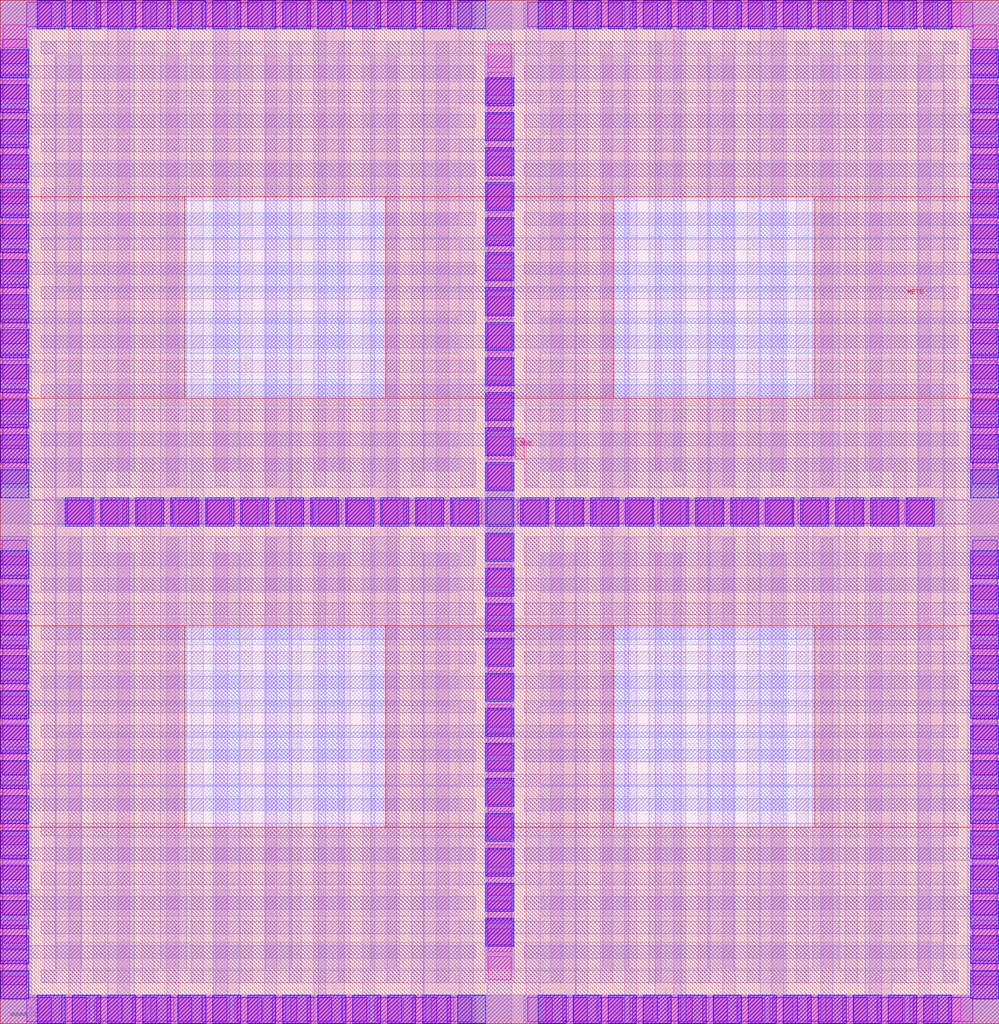
<source format=lef>
# Copyright 2020 The SkyWater PDK Authors
#
# Licensed under the Apache License, Version 2.0 (the "License");
# you may not use this file except in compliance with the License.
# You may obtain a copy of the License at
#
#     https://www.apache.org/licenses/LICENSE-2.0
#
# Unless required by applicable law or agreed to in writing, software
# distributed under the License is distributed on an "AS IS" BASIS,
# WITHOUT WARRANTIES OR CONDITIONS OF ANY KIND, either express or implied.
# See the License for the specific language governing permissions and
# limitations under the License.
#
# SPDX-License-Identifier: Apache-2.0

VERSION 5.7 ;
  NOWIREEXTENSIONATPIN ON ;
  DIVIDERCHAR "/" ;
  BUSBITCHARS "[]" ;
MACRO sky130_fd_pr__cap_vpp_11p5x11p7_m1m2m3m4_shieldm5
  CLASS BLOCK ;
  FOREIGN sky130_fd_pr__cap_vpp_11p5x11p7_m1m2m3m4_shieldm5 ;
  ORIGIN  0.000000  0.000000 ;
  SIZE  11.41000 BY  11.69000 ;
  PIN C0
    PORT
      LAYER met4 ;
        RECT  0.000000  0.000000 11.410000  0.330000 ;
        RECT  0.000000  0.330000  0.330000  1.230000 ;
        RECT  0.000000  1.230000  5.240000  1.530000 ;
        RECT  0.000000  1.530000  0.330000  2.430000 ;
        RECT  0.000000  2.430000  5.240000  2.730000 ;
        RECT  0.000000  2.730000  0.330000  3.630000 ;
        RECT  0.000000  3.630000  5.240000  4.030000 ;
        RECT  0.000000  4.030000  0.330000  4.930000 ;
        RECT  0.000000  4.930000  5.240000  5.380000 ;
        RECT  0.000000  5.380000  0.330000  6.310000 ;
        RECT  0.000000  6.310000  5.240000  6.760000 ;
        RECT  0.000000  6.760000  0.330000  7.660000 ;
        RECT  0.000000  7.660000  5.240000  8.060000 ;
        RECT  0.000000  8.060000  0.330000  8.960000 ;
        RECT  0.000000  8.960000  5.240000  9.260000 ;
        RECT  0.000000  9.260000  0.330000 10.160000 ;
        RECT  0.000000 10.160000  5.240000 10.460000 ;
        RECT  0.000000 10.460000  0.330000 11.360000 ;
        RECT  0.000000 11.360000 11.410000 11.690000 ;
        RECT  6.170000  1.230000 11.410000  1.530000 ;
        RECT  6.170000  2.430000 11.410000  2.730000 ;
        RECT  6.170000  3.630000 11.410000  4.030000 ;
        RECT  6.170000  4.930000 11.410000  5.380000 ;
        RECT  6.170000  6.310000 11.410000  6.760000 ;
        RECT  6.170000  7.660000 11.410000  8.060000 ;
        RECT  6.170000  8.960000 11.410000  9.260000 ;
        RECT  6.170000 10.160000 11.410000 10.460000 ;
        RECT 11.080000  0.330000 11.410000  1.230000 ;
        RECT 11.080000  1.530000 11.410000  2.430000 ;
        RECT 11.080000  2.730000 11.410000  3.630000 ;
        RECT 11.080000  4.030000 11.410000  4.930000 ;
        RECT 11.080000  5.380000 11.410000  6.310000 ;
        RECT 11.080000  6.760000 11.410000  7.660000 ;
        RECT 11.080000  8.060000 11.410000  8.960000 ;
        RECT 11.080000  9.260000 11.410000 10.160000 ;
        RECT 11.080000 10.460000 11.410000 11.360000 ;
    END
  END C0
  PIN C1
    PORT
      LAYER met4 ;
        RECT 0.630000  0.630000 10.780000  0.930000 ;
        RECT 0.630000  1.830000 10.780000  2.130000 ;
        RECT 0.630000  3.030000 10.780000  3.330000 ;
        RECT 0.630000  4.330000 10.780000  4.630000 ;
        RECT 0.630000  5.680000 10.780000  6.010000 ;
        RECT 0.630000  7.060000 10.780000  7.360000 ;
        RECT 0.630000  8.360000 10.780000  8.660000 ;
        RECT 0.630000  9.560000 10.780000  9.860000 ;
        RECT 0.630000 10.760000 10.780000 11.060000 ;
        RECT 5.540000  0.930000  5.870000  1.830000 ;
        RECT 5.540000  2.130000  5.870000  3.030000 ;
        RECT 5.540000  3.330000  5.870000  4.330000 ;
        RECT 5.540000  4.630000  5.870000  5.680000 ;
        RECT 5.540000  6.010000  5.870000  7.060000 ;
        RECT 5.540000  7.360000  5.870000  8.360000 ;
        RECT 5.540000  8.660000  5.870000  9.560000 ;
        RECT 5.540000  9.860000  5.870000 10.760000 ;
    END
  END C1
  PIN MET5
    PORT
      LAYER met5 ;
        RECT 0.000000 0.000000 11.410000  2.245000 ;
        RECT 0.000000 2.245000  2.105000  4.545000 ;
        RECT 0.000000 4.545000 11.410000  7.145000 ;
        RECT 0.000000 7.145000  2.105000  9.445000 ;
        RECT 0.000000 9.445000 11.410000 11.690000 ;
        RECT 4.405000 2.245000  7.005000  4.545000 ;
        RECT 4.405000 7.145000  7.005000  9.445000 ;
        RECT 9.305000 2.245000 11.410000  4.545000 ;
        RECT 9.305000 7.145000 11.410000  9.445000 ;
    END
  END MET5
  PIN SUB
    PORT
      LAYER pwell ;
        RECT 5.880000 6.445000 5.985000 6.690000 ;
    END
  END SUB
  OBS
    LAYER met1 ;
      RECT  0.000000  0.000000 11.410000  0.330000 ;
      RECT  0.000000  0.330000  0.360000 11.360000 ;
      RECT  0.000000 11.360000 11.410000 11.690000 ;
      RECT  0.500000  0.470000  0.640000  5.685000 ;
      RECT  0.500000  5.685000 10.910000  6.005000 ;
      RECT  0.500000  6.005000  0.640000 11.220000 ;
      RECT  0.780000  0.330000  0.920000  5.545000 ;
      RECT  0.780000  6.145000  0.920000 11.360000 ;
      RECT  1.060000  0.470000  1.200000  5.685000 ;
      RECT  1.060000  6.005000  1.200000 11.220000 ;
      RECT  1.340000  0.330000  1.480000  5.545000 ;
      RECT  1.340000  6.145000  1.480000 11.360000 ;
      RECT  1.620000  0.470000  1.760000  5.685000 ;
      RECT  1.620000  6.005000  1.760000 11.220000 ;
      RECT  1.900000  0.330000  2.040000  5.545000 ;
      RECT  1.900000  6.145000  2.040000 11.360000 ;
      RECT  2.180000  0.470000  2.320000  5.685000 ;
      RECT  2.180000  6.005000  2.320000 11.220000 ;
      RECT  2.460000  0.330000  2.600000  5.545000 ;
      RECT  2.460000  6.145000  2.600000 11.360000 ;
      RECT  2.740000  0.470000  2.880000  5.685000 ;
      RECT  2.740000  6.005000  2.880000 11.220000 ;
      RECT  3.020000  0.330000  3.160000  5.545000 ;
      RECT  3.020000  6.145000  3.160000 11.360000 ;
      RECT  3.300000  0.470000  3.440000  5.685000 ;
      RECT  3.300000  6.005000  3.440000 11.220000 ;
      RECT  3.580000  0.330000  3.720000  5.545000 ;
      RECT  3.580000  6.145000  3.720000 11.360000 ;
      RECT  3.860000  0.470000  4.000000  5.685000 ;
      RECT  3.860000  6.005000  4.000000 11.220000 ;
      RECT  4.140000  0.330000  4.280000  5.545000 ;
      RECT  4.140000  6.145000  4.280000 11.360000 ;
      RECT  4.420000  0.470000  4.560000  5.685000 ;
      RECT  4.420000  6.005000  4.560000 11.220000 ;
      RECT  4.700000  0.330000  4.840000  5.545000 ;
      RECT  4.700000  6.145000  4.840000 11.360000 ;
      RECT  4.980000  0.470000  5.120000  5.685000 ;
      RECT  4.980000  6.005000  5.120000 11.220000 ;
      RECT  5.260000  0.330000  5.400000  5.545000 ;
      RECT  5.260000  6.145000  5.400000 11.360000 ;
      RECT  5.540000  0.470000  5.870000  5.685000 ;
      RECT  5.540000  6.005000  5.870000 11.220000 ;
      RECT  6.010000  0.330000  6.150000  5.545000 ;
      RECT  6.010000  6.145000  6.150000 11.360000 ;
      RECT  6.290000  0.470000  6.430000  5.685000 ;
      RECT  6.290000  6.005000  6.430000 11.220000 ;
      RECT  6.570000  0.330000  6.710000  5.545000 ;
      RECT  6.570000  6.145000  6.710000 11.360000 ;
      RECT  6.850000  0.470000  6.990000  5.685000 ;
      RECT  6.850000  6.005000  6.990000 11.220000 ;
      RECT  7.130000  0.330000  7.270000  5.545000 ;
      RECT  7.130000  6.145000  7.270000 11.360000 ;
      RECT  7.410000  0.470000  7.550000  5.685000 ;
      RECT  7.410000  6.005000  7.550000 11.220000 ;
      RECT  7.690000  0.330000  7.830000  5.545000 ;
      RECT  7.690000  6.145000  7.830000 11.360000 ;
      RECT  7.970000  0.470000  8.110000  5.685000 ;
      RECT  7.970000  6.005000  8.110000 11.220000 ;
      RECT  8.250000  0.330000  8.390000  5.545000 ;
      RECT  8.250000  6.145000  8.390000 11.360000 ;
      RECT  8.530000  0.470000  8.670000  5.685000 ;
      RECT  8.530000  6.005000  8.670000 11.220000 ;
      RECT  8.810000  0.330000  8.950000  5.545000 ;
      RECT  8.810000  6.145000  8.950000 11.360000 ;
      RECT  9.090000  0.470000  9.230000  5.685000 ;
      RECT  9.090000  6.005000  9.230000 11.220000 ;
      RECT  9.370000  0.330000  9.510000  5.545000 ;
      RECT  9.370000  6.145000  9.510000 11.360000 ;
      RECT  9.650000  0.470000  9.790000  5.685000 ;
      RECT  9.650000  6.005000  9.790000 11.220000 ;
      RECT  9.930000  0.330000 10.070000  5.545000 ;
      RECT  9.930000  6.145000 10.070000 11.360000 ;
      RECT 10.210000  0.470000 10.350000  5.685000 ;
      RECT 10.210000  6.005000 10.350000 11.220000 ;
      RECT 10.490000  0.330000 10.630000  5.545000 ;
      RECT 10.490000  6.145000 10.630000 11.360000 ;
      RECT 10.770000  0.470000 10.910000  5.685000 ;
      RECT 10.770000  6.005000 10.910000 11.220000 ;
      RECT 11.050000  0.330000 11.410000 11.360000 ;
    LAYER met2 ;
      RECT  0.000000  0.000000  5.430000  0.330000 ;
      RECT  0.000000  0.330000  0.330000  0.750000 ;
      RECT  0.000000  0.750000  5.425000  0.890000 ;
      RECT  0.000000  0.890000  0.330000  1.310000 ;
      RECT  0.000000  1.310000  5.425000  1.450000 ;
      RECT  0.000000  1.450000  0.330000  1.870000 ;
      RECT  0.000000  1.870000  5.425000  2.010000 ;
      RECT  0.000000  2.010000  0.330000  2.430000 ;
      RECT  0.000000  2.430000  5.425000  2.570000 ;
      RECT  0.000000  2.570000  0.330000  2.990000 ;
      RECT  0.000000  2.990000  5.425000  3.130000 ;
      RECT  0.000000  3.130000  0.330000  3.550000 ;
      RECT  0.000000  3.550000  5.425000  3.690000 ;
      RECT  0.000000  3.690000  0.330000  4.110000 ;
      RECT  0.000000  4.110000  5.425000  4.250000 ;
      RECT  0.000000  4.250000  0.330000  4.670000 ;
      RECT  0.000000  4.670000  5.425000  4.810000 ;
      RECT  0.000000  4.810000  0.330000  5.230000 ;
      RECT  0.000000  5.230000  5.425000  5.565000 ;
      RECT  0.000000  5.565000  0.330000  5.570000 ;
      RECT  0.000000  5.710000 11.410000  5.980000 ;
      RECT  0.000000  6.120000  0.330000  6.125000 ;
      RECT  0.000000  6.125000  5.425000  6.460000 ;
      RECT  0.000000  6.460000  0.330000  6.880000 ;
      RECT  0.000000  6.880000  5.425000  7.020000 ;
      RECT  0.000000  7.020000  0.330000  7.440000 ;
      RECT  0.000000  7.440000  5.425000  7.580000 ;
      RECT  0.000000  7.580000  0.330000  8.000000 ;
      RECT  0.000000  8.000000  5.425000  8.140000 ;
      RECT  0.000000  8.140000  0.330000  8.560000 ;
      RECT  0.000000  8.560000  5.425000  8.700000 ;
      RECT  0.000000  8.700000  0.330000  9.120000 ;
      RECT  0.000000  9.120000  5.425000  9.260000 ;
      RECT  0.000000  9.260000  0.330000  9.680000 ;
      RECT  0.000000  9.680000  5.425000  9.820000 ;
      RECT  0.000000  9.820000  0.330000 10.240000 ;
      RECT  0.000000 10.240000  5.425000 10.380000 ;
      RECT  0.000000 10.380000  0.330000 10.800000 ;
      RECT  0.000000 10.800000  5.425000 10.940000 ;
      RECT  0.000000 10.940000  0.330000 11.360000 ;
      RECT  0.000000 11.360000  5.430000 11.690000 ;
      RECT  0.370000  5.705000 11.040000  5.710000 ;
      RECT  0.370000  5.980000 11.040000  5.985000 ;
      RECT  0.470000  0.470000 10.940000  0.610000 ;
      RECT  0.470000  1.030000 10.940000  1.170000 ;
      RECT  0.470000  1.590000 10.940000  1.730000 ;
      RECT  0.470000  2.150000 10.940000  2.290000 ;
      RECT  0.470000  2.710000 10.940000  2.850000 ;
      RECT  0.470000  3.270000 10.940000  3.410000 ;
      RECT  0.470000  3.830000 10.940000  3.970000 ;
      RECT  0.470000  4.390000 10.940000  4.530000 ;
      RECT  0.470000  4.950000 10.940000  5.090000 ;
      RECT  0.470000  6.600000 10.940000  6.740000 ;
      RECT  0.470000  7.160000 10.940000  7.300000 ;
      RECT  0.470000  7.720000 10.940000  7.860000 ;
      RECT  0.470000  8.280000 10.940000  8.420000 ;
      RECT  0.470000  8.840000 10.940000  8.980000 ;
      RECT  0.470000  9.400000 10.940000  9.540000 ;
      RECT  0.470000  9.960000 10.940000 10.100000 ;
      RECT  0.470000 10.520000 10.940000 10.660000 ;
      RECT  0.470000 11.080000 10.940000 11.220000 ;
      RECT  5.565000  0.610000  5.845000  1.030000 ;
      RECT  5.565000  1.170000  5.845000  1.590000 ;
      RECT  5.565000  1.730000  5.845000  2.150000 ;
      RECT  5.565000  2.290000  5.845000  2.710000 ;
      RECT  5.565000  2.850000  5.845000  3.270000 ;
      RECT  5.565000  3.410000  5.845000  3.830000 ;
      RECT  5.565000  3.970000  5.845000  4.390000 ;
      RECT  5.565000  4.530000  5.845000  4.950000 ;
      RECT  5.565000  5.090000  5.845000  5.705000 ;
      RECT  5.565000  5.985000  5.845000  6.600000 ;
      RECT  5.565000  6.740000  5.845000  7.160000 ;
      RECT  5.565000  7.300000  5.845000  7.720000 ;
      RECT  5.565000  7.860000  5.845000  8.280000 ;
      RECT  5.565000  8.420000  5.845000  8.840000 ;
      RECT  5.565000  8.980000  5.845000  9.400000 ;
      RECT  5.565000  9.540000  5.845000  9.960000 ;
      RECT  5.565000 10.100000  5.845000 10.520000 ;
      RECT  5.565000 10.660000  5.845000 11.080000 ;
      RECT  5.570000  0.000000  5.840000  0.470000 ;
      RECT  5.570000 11.220000  5.840000 11.690000 ;
      RECT  5.980000  0.000000 11.410000  0.330000 ;
      RECT  5.980000 11.360000 11.410000 11.690000 ;
      RECT  5.985000  0.750000 11.410000  0.890000 ;
      RECT  5.985000  1.310000 11.410000  1.450000 ;
      RECT  5.985000  1.870000 11.410000  2.010000 ;
      RECT  5.985000  2.430000 11.410000  2.570000 ;
      RECT  5.985000  2.990000 11.410000  3.130000 ;
      RECT  5.985000  3.550000 11.410000  3.690000 ;
      RECT  5.985000  4.110000 11.410000  4.250000 ;
      RECT  5.985000  4.670000 11.410000  4.810000 ;
      RECT  5.985000  5.230000 11.410000  5.565000 ;
      RECT  5.985000  6.125000 11.410000  6.460000 ;
      RECT  5.985000  6.880000 11.410000  7.020000 ;
      RECT  5.985000  7.440000 11.410000  7.580000 ;
      RECT  5.985000  8.000000 11.410000  8.140000 ;
      RECT  5.985000  8.560000 11.410000  8.700000 ;
      RECT  5.985000  9.120000 11.410000  9.260000 ;
      RECT  5.985000  9.680000 11.410000  9.820000 ;
      RECT  5.985000 10.240000 11.410000 10.380000 ;
      RECT  5.985000 10.800000 11.410000 10.940000 ;
      RECT 11.080000  0.330000 11.410000  0.750000 ;
      RECT 11.080000  0.890000 11.410000  1.310000 ;
      RECT 11.080000  1.450000 11.410000  1.870000 ;
      RECT 11.080000  2.010000 11.410000  2.430000 ;
      RECT 11.080000  2.570000 11.410000  2.990000 ;
      RECT 11.080000  3.130000 11.410000  3.550000 ;
      RECT 11.080000  3.690000 11.410000  4.110000 ;
      RECT 11.080000  4.250000 11.410000  4.670000 ;
      RECT 11.080000  4.810000 11.410000  5.230000 ;
      RECT 11.080000  5.565000 11.410000  5.570000 ;
      RECT 11.080000  6.120000 11.410000  6.125000 ;
      RECT 11.080000  6.460000 11.410000  6.880000 ;
      RECT 11.080000  7.020000 11.410000  7.440000 ;
      RECT 11.080000  7.580000 11.410000  8.000000 ;
      RECT 11.080000  8.140000 11.410000  8.560000 ;
      RECT 11.080000  8.700000 11.410000  9.120000 ;
      RECT 11.080000  9.260000 11.410000  9.680000 ;
      RECT 11.080000  9.820000 11.410000 10.240000 ;
      RECT 11.080000 10.380000 11.410000 10.800000 ;
      RECT 11.080000 10.940000 11.410000 11.360000 ;
    LAYER met3 ;
      RECT  0.000000  0.000000 11.410000  0.330000 ;
      RECT  0.000000  0.330000  0.330000 11.360000 ;
      RECT  0.000000 11.360000 11.410000 11.690000 ;
      RECT  0.630000  0.630000  0.930000  5.680000 ;
      RECT  0.630000  5.680000 10.780000  6.010000 ;
      RECT  0.630000  6.010000  0.930000 11.060000 ;
      RECT  1.230000  0.330000  1.530000  5.380000 ;
      RECT  1.230000  6.310000  1.530000 11.360000 ;
      RECT  1.830000  0.630000  2.130000  5.680000 ;
      RECT  1.830000  6.010000  2.130000 11.060000 ;
      RECT  2.430000  0.330000  2.730000  5.380000 ;
      RECT  2.430000  6.310000  2.730000 11.360000 ;
      RECT  3.030000  0.630000  3.330000  5.680000 ;
      RECT  3.030000  6.010000  3.330000 11.060000 ;
      RECT  3.630000  0.330000  3.930000  5.380000 ;
      RECT  3.630000  6.310000  3.930000 11.360000 ;
      RECT  4.230000  0.630000  4.530000  5.680000 ;
      RECT  4.230000  6.010000  4.530000 11.060000 ;
      RECT  4.830000  0.330000  5.240000  5.380000 ;
      RECT  4.830000  6.310000  5.240000 11.360000 ;
      RECT  5.540000  0.630000  5.870000  5.680000 ;
      RECT  5.540000  6.010000  5.870000 11.060000 ;
      RECT  6.170000  0.330000  6.580000  5.380000 ;
      RECT  6.170000  6.310000  6.580000 11.360000 ;
      RECT  6.880000  0.630000  7.180000  5.680000 ;
      RECT  6.880000  6.010000  7.180000 11.060000 ;
      RECT  7.480000  0.330000  7.780000  5.380000 ;
      RECT  7.480000  6.310000  7.780000 11.360000 ;
      RECT  8.080000  0.630000  8.380000  5.680000 ;
      RECT  8.080000  6.010000  8.380000 11.060000 ;
      RECT  8.680000  0.330000  8.980000  5.380000 ;
      RECT  8.680000  6.310000  8.980000 11.360000 ;
      RECT  9.280000  0.630000  9.580000  5.680000 ;
      RECT  9.280000  6.010000  9.580000 11.060000 ;
      RECT  9.880000  0.330000 10.180000  5.380000 ;
      RECT  9.880000  6.310000 10.180000 11.360000 ;
      RECT 10.480000  0.630000 10.780000  5.680000 ;
      RECT 10.480000  6.010000 10.780000 11.060000 ;
      RECT 11.080000  0.330000 11.410000 11.360000 ;
    LAYER via ;
      RECT  0.035000  0.280000  0.295000  0.540000 ;
      RECT  0.035000  0.600000  0.295000  0.860000 ;
      RECT  0.035000  0.920000  0.295000  1.180000 ;
      RECT  0.035000  1.240000  0.295000  1.500000 ;
      RECT  0.035000  1.560000  0.295000  1.820000 ;
      RECT  0.035000  1.880000  0.295000  2.140000 ;
      RECT  0.035000  2.200000  0.295000  2.460000 ;
      RECT  0.035000  2.520000  0.295000  2.780000 ;
      RECT  0.035000  2.840000  0.295000  3.100000 ;
      RECT  0.035000  3.160000  0.295000  3.420000 ;
      RECT  0.035000  3.480000  0.295000  3.740000 ;
      RECT  0.035000  3.800000  0.295000  4.060000 ;
      RECT  0.035000  4.120000  0.295000  4.380000 ;
      RECT  0.035000  4.440000  0.295000  4.700000 ;
      RECT  0.035000  4.760000  0.295000  5.020000 ;
      RECT  0.035000  5.080000  0.295000  5.340000 ;
      RECT  0.035000  6.350000  0.295000  6.610000 ;
      RECT  0.035000  6.670000  0.295000  6.930000 ;
      RECT  0.035000  6.990000  0.295000  7.250000 ;
      RECT  0.035000  7.310000  0.295000  7.570000 ;
      RECT  0.035000  7.630000  0.295000  7.890000 ;
      RECT  0.035000  7.950000  0.295000  8.210000 ;
      RECT  0.035000  8.270000  0.295000  8.530000 ;
      RECT  0.035000  8.590000  0.295000  8.850000 ;
      RECT  0.035000  8.910000  0.295000  9.170000 ;
      RECT  0.035000  9.230000  0.295000  9.490000 ;
      RECT  0.035000  9.550000  0.295000  9.810000 ;
      RECT  0.035000  9.870000  0.295000 10.130000 ;
      RECT  0.035000 10.190000  0.295000 10.450000 ;
      RECT  0.035000 10.510000  0.295000 10.770000 ;
      RECT  0.035000 10.830000  0.295000 11.090000 ;
      RECT  0.035000 11.150000  0.295000 11.410000 ;
      RECT  0.440000  0.035000  0.700000  0.295000 ;
      RECT  0.440000 11.395000  0.700000 11.655000 ;
      RECT  0.760000  0.035000  1.020000  0.295000 ;
      RECT  0.760000  5.715000  1.020000  5.975000 ;
      RECT  0.760000 11.395000  1.020000 11.655000 ;
      RECT  1.080000  0.035000  1.340000  0.295000 ;
      RECT  1.080000  5.715000  1.340000  5.975000 ;
      RECT  1.080000 11.395000  1.340000 11.655000 ;
      RECT  1.400000  0.035000  1.660000  0.295000 ;
      RECT  1.400000  5.715000  1.660000  5.975000 ;
      RECT  1.400000 11.395000  1.660000 11.655000 ;
      RECT  1.720000  0.035000  1.980000  0.295000 ;
      RECT  1.720000  5.715000  1.980000  5.975000 ;
      RECT  1.720000 11.395000  1.980000 11.655000 ;
      RECT  2.040000  0.035000  2.300000  0.295000 ;
      RECT  2.040000  5.715000  2.300000  5.975000 ;
      RECT  2.040000 11.395000  2.300000 11.655000 ;
      RECT  2.360000  0.035000  2.620000  0.295000 ;
      RECT  2.360000  5.715000  2.620000  5.975000 ;
      RECT  2.360000 11.395000  2.620000 11.655000 ;
      RECT  2.680000  0.035000  2.940000  0.295000 ;
      RECT  2.680000  5.715000  2.940000  5.975000 ;
      RECT  2.680000 11.395000  2.940000 11.655000 ;
      RECT  3.000000  0.035000  3.260000  0.295000 ;
      RECT  3.000000  5.715000  3.260000  5.975000 ;
      RECT  3.000000 11.395000  3.260000 11.655000 ;
      RECT  3.320000  0.035000  3.580000  0.295000 ;
      RECT  3.320000  5.715000  3.580000  5.975000 ;
      RECT  3.320000 11.395000  3.580000 11.655000 ;
      RECT  3.640000  0.035000  3.900000  0.295000 ;
      RECT  3.640000  5.715000  3.900000  5.975000 ;
      RECT  3.640000 11.395000  3.900000 11.655000 ;
      RECT  3.960000  0.035000  4.220000  0.295000 ;
      RECT  3.960000  5.715000  4.220000  5.975000 ;
      RECT  3.960000 11.395000  4.220000 11.655000 ;
      RECT  4.280000  0.035000  4.540000  0.295000 ;
      RECT  4.280000  5.715000  4.540000  5.975000 ;
      RECT  4.280000 11.395000  4.540000 11.655000 ;
      RECT  4.600000  0.035000  4.860000  0.295000 ;
      RECT  4.600000  5.715000  4.860000  5.975000 ;
      RECT  4.600000 11.395000  4.860000 11.655000 ;
      RECT  4.920000  0.035000  5.180000  0.295000 ;
      RECT  4.920000  5.715000  5.180000  5.975000 ;
      RECT  4.920000 11.395000  5.180000 11.655000 ;
      RECT  5.240000  5.715000  5.500000  5.975000 ;
      RECT  5.575000  0.505000  5.835000  0.765000 ;
      RECT  5.575000  0.825000  5.835000  1.085000 ;
      RECT  5.575000  1.145000  5.835000  1.405000 ;
      RECT  5.575000  1.465000  5.835000  1.725000 ;
      RECT  5.575000  1.785000  5.835000  2.045000 ;
      RECT  5.575000  2.105000  5.835000  2.365000 ;
      RECT  5.575000  2.425000  5.835000  2.685000 ;
      RECT  5.575000  2.745000  5.835000  3.005000 ;
      RECT  5.575000  3.065000  5.835000  3.325000 ;
      RECT  5.575000  3.385000  5.835000  3.645000 ;
      RECT  5.575000  3.705000  5.835000  3.965000 ;
      RECT  5.575000  4.025000  5.835000  4.285000 ;
      RECT  5.575000  4.345000  5.835000  4.605000 ;
      RECT  5.575000  4.665000  5.835000  4.925000 ;
      RECT  5.575000  4.985000  5.835000  5.245000 ;
      RECT  5.575000  5.305000  5.835000  5.565000 ;
      RECT  5.575000  6.125000  5.835000  6.385000 ;
      RECT  5.575000  6.445000  5.835000  6.705000 ;
      RECT  5.575000  6.765000  5.835000  7.025000 ;
      RECT  5.575000  7.085000  5.835000  7.345000 ;
      RECT  5.575000  7.405000  5.835000  7.665000 ;
      RECT  5.575000  7.725000  5.835000  7.985000 ;
      RECT  5.575000  8.045000  5.835000  8.305000 ;
      RECT  5.575000  8.365000  5.835000  8.625000 ;
      RECT  5.575000  8.685000  5.835000  8.945000 ;
      RECT  5.575000  9.005000  5.835000  9.265000 ;
      RECT  5.575000  9.325000  5.835000  9.585000 ;
      RECT  5.575000  9.645000  5.835000  9.905000 ;
      RECT  5.575000  9.965000  5.835000 10.225000 ;
      RECT  5.575000 10.285000  5.835000 10.545000 ;
      RECT  5.575000 10.605000  5.835000 10.865000 ;
      RECT  5.575000 10.925000  5.835000 11.185000 ;
      RECT  5.910000  5.715000  6.170000  5.975000 ;
      RECT  6.230000  0.035000  6.490000  0.295000 ;
      RECT  6.230000  5.715000  6.490000  5.975000 ;
      RECT  6.230000 11.395000  6.490000 11.655000 ;
      RECT  6.550000  0.035000  6.810000  0.295000 ;
      RECT  6.550000  5.715000  6.810000  5.975000 ;
      RECT  6.550000 11.395000  6.810000 11.655000 ;
      RECT  6.870000  0.035000  7.130000  0.295000 ;
      RECT  6.870000  5.715000  7.130000  5.975000 ;
      RECT  6.870000 11.395000  7.130000 11.655000 ;
      RECT  7.190000  0.035000  7.450000  0.295000 ;
      RECT  7.190000  5.715000  7.450000  5.975000 ;
      RECT  7.190000 11.395000  7.450000 11.655000 ;
      RECT  7.510000  0.035000  7.770000  0.295000 ;
      RECT  7.510000  5.715000  7.770000  5.975000 ;
      RECT  7.510000 11.395000  7.770000 11.655000 ;
      RECT  7.830000  0.035000  8.090000  0.295000 ;
      RECT  7.830000  5.715000  8.090000  5.975000 ;
      RECT  7.830000 11.395000  8.090000 11.655000 ;
      RECT  8.150000  0.035000  8.410000  0.295000 ;
      RECT  8.150000  5.715000  8.410000  5.975000 ;
      RECT  8.150000 11.395000  8.410000 11.655000 ;
      RECT  8.470000  0.035000  8.730000  0.295000 ;
      RECT  8.470000  5.715000  8.730000  5.975000 ;
      RECT  8.470000 11.395000  8.730000 11.655000 ;
      RECT  8.790000  0.035000  9.050000  0.295000 ;
      RECT  8.790000  5.715000  9.050000  5.975000 ;
      RECT  8.790000 11.395000  9.050000 11.655000 ;
      RECT  9.110000  0.035000  9.370000  0.295000 ;
      RECT  9.110000  5.715000  9.370000  5.975000 ;
      RECT  9.110000 11.395000  9.370000 11.655000 ;
      RECT  9.430000  0.035000  9.690000  0.295000 ;
      RECT  9.430000  5.715000  9.690000  5.975000 ;
      RECT  9.430000 11.395000  9.690000 11.655000 ;
      RECT  9.750000  0.035000 10.010000  0.295000 ;
      RECT  9.750000  5.715000 10.010000  5.975000 ;
      RECT  9.750000 11.395000 10.010000 11.655000 ;
      RECT 10.070000  0.035000 10.330000  0.295000 ;
      RECT 10.070000  5.715000 10.330000  5.975000 ;
      RECT 10.070000 11.395000 10.330000 11.655000 ;
      RECT 10.390000  0.035000 10.650000  0.295000 ;
      RECT 10.390000  5.715000 10.650000  5.975000 ;
      RECT 10.390000 11.395000 10.650000 11.655000 ;
      RECT 10.710000  0.035000 10.970000  0.295000 ;
      RECT 10.710000 11.395000 10.970000 11.655000 ;
      RECT 11.115000  0.280000 11.375000  0.540000 ;
      RECT 11.115000  0.600000 11.375000  0.860000 ;
      RECT 11.115000  0.920000 11.375000  1.180000 ;
      RECT 11.115000  1.240000 11.375000  1.500000 ;
      RECT 11.115000  1.560000 11.375000  1.820000 ;
      RECT 11.115000  1.880000 11.375000  2.140000 ;
      RECT 11.115000  2.200000 11.375000  2.460000 ;
      RECT 11.115000  2.520000 11.375000  2.780000 ;
      RECT 11.115000  2.840000 11.375000  3.100000 ;
      RECT 11.115000  3.160000 11.375000  3.420000 ;
      RECT 11.115000  3.480000 11.375000  3.740000 ;
      RECT 11.115000  3.800000 11.375000  4.060000 ;
      RECT 11.115000  4.120000 11.375000  4.380000 ;
      RECT 11.115000  4.440000 11.375000  4.700000 ;
      RECT 11.115000  4.760000 11.375000  5.020000 ;
      RECT 11.115000  5.080000 11.375000  5.340000 ;
      RECT 11.115000  6.350000 11.375000  6.610000 ;
      RECT 11.115000  6.670000 11.375000  6.930000 ;
      RECT 11.115000  6.990000 11.375000  7.250000 ;
      RECT 11.115000  7.310000 11.375000  7.570000 ;
      RECT 11.115000  7.630000 11.375000  7.890000 ;
      RECT 11.115000  7.950000 11.375000  8.210000 ;
      RECT 11.115000  8.270000 11.375000  8.530000 ;
      RECT 11.115000  8.590000 11.375000  8.850000 ;
      RECT 11.115000  8.910000 11.375000  9.170000 ;
      RECT 11.115000  9.230000 11.375000  9.490000 ;
      RECT 11.115000  9.550000 11.375000  9.810000 ;
      RECT 11.115000  9.870000 11.375000 10.130000 ;
      RECT 11.115000 10.190000 11.375000 10.450000 ;
      RECT 11.115000 10.510000 11.375000 10.770000 ;
      RECT 11.115000 10.830000 11.375000 11.090000 ;
      RECT 11.115000 11.150000 11.375000 11.410000 ;
    LAYER via2 ;
      RECT  0.025000  0.445000  0.305000  0.725000 ;
      RECT  0.025000  0.845000  0.305000  1.125000 ;
      RECT  0.025000  1.245000  0.305000  1.525000 ;
      RECT  0.025000  1.645000  0.305000  1.925000 ;
      RECT  0.025000  2.045000  0.305000  2.325000 ;
      RECT  0.025000  2.445000  0.305000  2.725000 ;
      RECT  0.025000  2.845000  0.305000  3.125000 ;
      RECT  0.025000  3.245000  0.305000  3.525000 ;
      RECT  0.025000  3.645000  0.305000  3.925000 ;
      RECT  0.025000  4.045000  0.305000  4.325000 ;
      RECT  0.025000  4.445000  0.305000  4.725000 ;
      RECT  0.025000  4.845000  0.305000  5.125000 ;
      RECT  0.025000  5.245000  0.305000  5.525000 ;
      RECT  0.025000  6.165000  0.305000  6.445000 ;
      RECT  0.025000  6.565000  0.305000  6.845000 ;
      RECT  0.025000  6.965000  0.305000  7.245000 ;
      RECT  0.025000  7.365000  0.305000  7.645000 ;
      RECT  0.025000  7.765000  0.305000  8.045000 ;
      RECT  0.025000  8.165000  0.305000  8.445000 ;
      RECT  0.025000  8.565000  0.305000  8.845000 ;
      RECT  0.025000  8.965000  0.305000  9.245000 ;
      RECT  0.025000  9.365000  0.305000  9.645000 ;
      RECT  0.025000  9.765000  0.305000 10.045000 ;
      RECT  0.025000 10.165000  0.305000 10.445000 ;
      RECT  0.025000 10.565000  0.305000 10.845000 ;
      RECT  0.025000 10.965000  0.305000 11.245000 ;
      RECT  0.305000  0.025000  0.585000  0.305000 ;
      RECT  0.305000 11.385000  0.585000 11.665000 ;
      RECT  0.705000  0.025000  0.985000  0.305000 ;
      RECT  0.705000 11.385000  0.985000 11.665000 ;
      RECT  0.765000  5.705000  1.045000  5.985000 ;
      RECT  1.105000  0.025000  1.385000  0.305000 ;
      RECT  1.105000 11.385000  1.385000 11.665000 ;
      RECT  1.165000  5.705000  1.445000  5.985000 ;
      RECT  1.505000  0.025000  1.785000  0.305000 ;
      RECT  1.505000 11.385000  1.785000 11.665000 ;
      RECT  1.565000  5.705000  1.845000  5.985000 ;
      RECT  1.905000  0.025000  2.185000  0.305000 ;
      RECT  1.905000 11.385000  2.185000 11.665000 ;
      RECT  1.965000  5.705000  2.245000  5.985000 ;
      RECT  2.305000  0.025000  2.585000  0.305000 ;
      RECT  2.305000 11.385000  2.585000 11.665000 ;
      RECT  2.365000  5.705000  2.645000  5.985000 ;
      RECT  2.705000  0.025000  2.985000  0.305000 ;
      RECT  2.705000 11.385000  2.985000 11.665000 ;
      RECT  2.765000  5.705000  3.045000  5.985000 ;
      RECT  3.105000  0.025000  3.385000  0.305000 ;
      RECT  3.105000 11.385000  3.385000 11.665000 ;
      RECT  3.165000  5.705000  3.445000  5.985000 ;
      RECT  3.505000  0.025000  3.785000  0.305000 ;
      RECT  3.505000 11.385000  3.785000 11.665000 ;
      RECT  3.565000  5.705000  3.845000  5.985000 ;
      RECT  3.905000  0.025000  4.185000  0.305000 ;
      RECT  3.905000 11.385000  4.185000 11.665000 ;
      RECT  3.965000  5.705000  4.245000  5.985000 ;
      RECT  4.305000  0.025000  4.585000  0.305000 ;
      RECT  4.305000 11.385000  4.585000 11.665000 ;
      RECT  4.365000  5.705000  4.645000  5.985000 ;
      RECT  4.705000  0.025000  4.985000  0.305000 ;
      RECT  4.705000 11.385000  4.985000 11.665000 ;
      RECT  4.765000  5.705000  5.045000  5.985000 ;
      RECT  5.105000  0.025000  5.385000  0.305000 ;
      RECT  5.105000 11.385000  5.385000 11.665000 ;
      RECT  5.165000  5.705000  5.445000  5.985000 ;
      RECT  5.565000  0.905000  5.845000  1.185000 ;
      RECT  5.565000  1.305000  5.845000  1.585000 ;
      RECT  5.565000  1.705000  5.845000  1.985000 ;
      RECT  5.565000  2.105000  5.845000  2.385000 ;
      RECT  5.565000  2.505000  5.845000  2.785000 ;
      RECT  5.565000  2.905000  5.845000  3.185000 ;
      RECT  5.565000  3.305000  5.845000  3.585000 ;
      RECT  5.565000  3.705000  5.845000  3.985000 ;
      RECT  5.565000  4.105000  5.845000  4.385000 ;
      RECT  5.565000  4.505000  5.845000  4.785000 ;
      RECT  5.565000  4.905000  5.845000  5.185000 ;
      RECT  5.565000  5.305000  5.845000  5.585000 ;
      RECT  5.565000  5.705000  5.845000  5.985000 ;
      RECT  5.565000  6.105000  5.845000  6.385000 ;
      RECT  5.565000  6.505000  5.845000  6.785000 ;
      RECT  5.565000  6.905000  5.845000  7.185000 ;
      RECT  5.565000  7.305000  5.845000  7.585000 ;
      RECT  5.565000  7.705000  5.845000  7.985000 ;
      RECT  5.565000  8.105000  5.845000  8.385000 ;
      RECT  5.565000  8.505000  5.845000  8.785000 ;
      RECT  5.565000  8.905000  5.845000  9.185000 ;
      RECT  5.565000  9.305000  5.845000  9.585000 ;
      RECT  5.565000  9.705000  5.845000  9.985000 ;
      RECT  5.565000 10.105000  5.845000 10.385000 ;
      RECT  5.565000 10.505000  5.845000 10.785000 ;
      RECT  5.965000  5.705000  6.245000  5.985000 ;
      RECT  6.025000  0.025000  6.305000  0.305000 ;
      RECT  6.025000 11.385000  6.305000 11.665000 ;
      RECT  6.365000  5.705000  6.645000  5.985000 ;
      RECT  6.425000  0.025000  6.705000  0.305000 ;
      RECT  6.425000 11.385000  6.705000 11.665000 ;
      RECT  6.765000  5.705000  7.045000  5.985000 ;
      RECT  6.825000  0.025000  7.105000  0.305000 ;
      RECT  6.825000 11.385000  7.105000 11.665000 ;
      RECT  7.165000  5.705000  7.445000  5.985000 ;
      RECT  7.225000  0.025000  7.505000  0.305000 ;
      RECT  7.225000 11.385000  7.505000 11.665000 ;
      RECT  7.565000  5.705000  7.845000  5.985000 ;
      RECT  7.625000  0.025000  7.905000  0.305000 ;
      RECT  7.625000 11.385000  7.905000 11.665000 ;
      RECT  7.965000  5.705000  8.245000  5.985000 ;
      RECT  8.025000  0.025000  8.305000  0.305000 ;
      RECT  8.025000 11.385000  8.305000 11.665000 ;
      RECT  8.365000  5.705000  8.645000  5.985000 ;
      RECT  8.425000  0.025000  8.705000  0.305000 ;
      RECT  8.425000 11.385000  8.705000 11.665000 ;
      RECT  8.765000  5.705000  9.045000  5.985000 ;
      RECT  8.825000  0.025000  9.105000  0.305000 ;
      RECT  8.825000 11.385000  9.105000 11.665000 ;
      RECT  9.165000  5.705000  9.445000  5.985000 ;
      RECT  9.225000  0.025000  9.505000  0.305000 ;
      RECT  9.225000 11.385000  9.505000 11.665000 ;
      RECT  9.565000  5.705000  9.845000  5.985000 ;
      RECT  9.625000  0.025000  9.905000  0.305000 ;
      RECT  9.625000 11.385000  9.905000 11.665000 ;
      RECT  9.965000  5.705000 10.245000  5.985000 ;
      RECT 10.025000  0.025000 10.305000  0.305000 ;
      RECT 10.025000 11.385000 10.305000 11.665000 ;
      RECT 10.365000  5.705000 10.645000  5.985000 ;
      RECT 10.425000  0.025000 10.705000  0.305000 ;
      RECT 10.425000 11.385000 10.705000 11.665000 ;
      RECT 10.825000  0.025000 11.105000  0.305000 ;
      RECT 10.825000 11.385000 11.105000 11.665000 ;
      RECT 11.105000  0.445000 11.385000  0.725000 ;
      RECT 11.105000  0.845000 11.385000  1.125000 ;
      RECT 11.105000  1.245000 11.385000  1.525000 ;
      RECT 11.105000  1.645000 11.385000  1.925000 ;
      RECT 11.105000  2.045000 11.385000  2.325000 ;
      RECT 11.105000  2.445000 11.385000  2.725000 ;
      RECT 11.105000  2.845000 11.385000  3.125000 ;
      RECT 11.105000  3.245000 11.385000  3.525000 ;
      RECT 11.105000  3.645000 11.385000  3.925000 ;
      RECT 11.105000  4.045000 11.385000  4.325000 ;
      RECT 11.105000  4.445000 11.385000  4.725000 ;
      RECT 11.105000  4.845000 11.385000  5.125000 ;
      RECT 11.105000  5.245000 11.385000  5.525000 ;
      RECT 11.105000  6.165000 11.385000  6.445000 ;
      RECT 11.105000  6.565000 11.385000  6.845000 ;
      RECT 11.105000  6.965000 11.385000  7.245000 ;
      RECT 11.105000  7.365000 11.385000  7.645000 ;
      RECT 11.105000  7.765000 11.385000  8.045000 ;
      RECT 11.105000  8.165000 11.385000  8.445000 ;
      RECT 11.105000  8.565000 11.385000  8.845000 ;
      RECT 11.105000  8.965000 11.385000  9.245000 ;
      RECT 11.105000  9.365000 11.385000  9.645000 ;
      RECT 11.105000  9.765000 11.385000 10.045000 ;
      RECT 11.105000 10.165000 11.385000 10.445000 ;
      RECT 11.105000 10.565000 11.385000 10.845000 ;
      RECT 11.105000 10.965000 11.385000 11.245000 ;
    LAYER via3 ;
      RECT  0.005000  0.285000  0.325000  0.605000 ;
      RECT  0.005000  0.685000  0.325000  1.005000 ;
      RECT  0.005000  1.085000  0.325000  1.405000 ;
      RECT  0.005000  1.485000  0.325000  1.805000 ;
      RECT  0.005000  1.885000  0.325000  2.205000 ;
      RECT  0.005000  2.285000  0.325000  2.605000 ;
      RECT  0.005000  2.685000  0.325000  3.005000 ;
      RECT  0.005000  3.085000  0.325000  3.405000 ;
      RECT  0.005000  3.485000  0.325000  3.805000 ;
      RECT  0.005000  3.885000  0.325000  4.205000 ;
      RECT  0.005000  4.285000  0.325000  4.605000 ;
      RECT  0.005000  4.685000  0.325000  5.005000 ;
      RECT  0.005000  5.085000  0.325000  5.405000 ;
      RECT  0.005000  6.005000  0.325000  6.325000 ;
      RECT  0.005000  6.405000  0.325000  6.725000 ;
      RECT  0.005000  6.805000  0.325000  7.125000 ;
      RECT  0.005000  7.205000  0.325000  7.525000 ;
      RECT  0.005000  7.605000  0.325000  7.925000 ;
      RECT  0.005000  8.005000  0.325000  8.325000 ;
      RECT  0.005000  8.405000  0.325000  8.725000 ;
      RECT  0.005000  8.805000  0.325000  9.125000 ;
      RECT  0.005000  9.205000  0.325000  9.525000 ;
      RECT  0.005000  9.605000  0.325000  9.925000 ;
      RECT  0.005000 10.005000  0.325000 10.325000 ;
      RECT  0.005000 10.405000  0.325000 10.725000 ;
      RECT  0.005000 10.805000  0.325000 11.125000 ;
      RECT  0.425000  0.005000  0.745000  0.325000 ;
      RECT  0.425000 11.365000  0.745000 11.685000 ;
      RECT  0.745000  5.685000  1.065000  6.005000 ;
      RECT  0.825000  0.005000  1.145000  0.325000 ;
      RECT  0.825000 11.365000  1.145000 11.685000 ;
      RECT  1.145000  5.685000  1.465000  6.005000 ;
      RECT  1.225000  0.005000  1.545000  0.325000 ;
      RECT  1.225000 11.365000  1.545000 11.685000 ;
      RECT  1.545000  5.685000  1.865000  6.005000 ;
      RECT  1.625000  0.005000  1.945000  0.325000 ;
      RECT  1.625000 11.365000  1.945000 11.685000 ;
      RECT  1.945000  5.685000  2.265000  6.005000 ;
      RECT  2.025000  0.005000  2.345000  0.325000 ;
      RECT  2.025000 11.365000  2.345000 11.685000 ;
      RECT  2.345000  5.685000  2.665000  6.005000 ;
      RECT  2.425000  0.005000  2.745000  0.325000 ;
      RECT  2.425000 11.365000  2.745000 11.685000 ;
      RECT  2.745000  5.685000  3.065000  6.005000 ;
      RECT  2.825000  0.005000  3.145000  0.325000 ;
      RECT  2.825000 11.365000  3.145000 11.685000 ;
      RECT  3.145000  5.685000  3.465000  6.005000 ;
      RECT  3.225000  0.005000  3.545000  0.325000 ;
      RECT  3.225000 11.365000  3.545000 11.685000 ;
      RECT  3.545000  5.685000  3.865000  6.005000 ;
      RECT  3.625000  0.005000  3.945000  0.325000 ;
      RECT  3.625000 11.365000  3.945000 11.685000 ;
      RECT  3.945000  5.685000  4.265000  6.005000 ;
      RECT  4.025000  0.005000  4.345000  0.325000 ;
      RECT  4.025000 11.365000  4.345000 11.685000 ;
      RECT  4.345000  5.685000  4.665000  6.005000 ;
      RECT  4.425000  0.005000  4.745000  0.325000 ;
      RECT  4.425000 11.365000  4.745000 11.685000 ;
      RECT  4.745000  5.685000  5.065000  6.005000 ;
      RECT  4.825000  0.005000  5.145000  0.325000 ;
      RECT  4.825000 11.365000  5.145000 11.685000 ;
      RECT  5.145000  5.685000  5.465000  6.005000 ;
      RECT  5.225000  0.005000  5.545000  0.325000 ;
      RECT  5.225000 11.365000  5.545000 11.685000 ;
      RECT  5.545000  0.885000  5.865000  1.205000 ;
      RECT  5.545000  1.285000  5.865000  1.605000 ;
      RECT  5.545000  1.685000  5.865000  2.005000 ;
      RECT  5.545000  2.085000  5.865000  2.405000 ;
      RECT  5.545000  2.485000  5.865000  2.805000 ;
      RECT  5.545000  2.885000  5.865000  3.205000 ;
      RECT  5.545000  3.285000  5.865000  3.605000 ;
      RECT  5.545000  3.685000  5.865000  4.005000 ;
      RECT  5.545000  4.085000  5.865000  4.405000 ;
      RECT  5.545000  4.485000  5.865000  4.805000 ;
      RECT  5.545000  4.885000  5.865000  5.205000 ;
      RECT  5.545000  5.285000  5.865000  5.605000 ;
      RECT  5.545000  5.685000  5.865000  6.005000 ;
      RECT  5.545000  6.085000  5.865000  6.405000 ;
      RECT  5.545000  6.485000  5.865000  6.805000 ;
      RECT  5.545000  6.885000  5.865000  7.205000 ;
      RECT  5.545000  7.285000  5.865000  7.605000 ;
      RECT  5.545000  7.685000  5.865000  8.005000 ;
      RECT  5.545000  8.085000  5.865000  8.405000 ;
      RECT  5.545000  8.485000  5.865000  8.805000 ;
      RECT  5.545000  8.885000  5.865000  9.205000 ;
      RECT  5.545000  9.285000  5.865000  9.605000 ;
      RECT  5.545000  9.685000  5.865000 10.005000 ;
      RECT  5.545000 10.085000  5.865000 10.405000 ;
      RECT  5.545000 10.485000  5.865000 10.805000 ;
      RECT  5.945000  5.685000  6.265000  6.005000 ;
      RECT  6.145000  0.005000  6.465000  0.325000 ;
      RECT  6.145000 11.365000  6.465000 11.685000 ;
      RECT  6.345000  5.685000  6.665000  6.005000 ;
      RECT  6.545000  0.005000  6.865000  0.325000 ;
      RECT  6.545000 11.365000  6.865000 11.685000 ;
      RECT  6.745000  5.685000  7.065000  6.005000 ;
      RECT  6.945000  0.005000  7.265000  0.325000 ;
      RECT  6.945000 11.365000  7.265000 11.685000 ;
      RECT  7.145000  5.685000  7.465000  6.005000 ;
      RECT  7.345000  0.005000  7.665000  0.325000 ;
      RECT  7.345000 11.365000  7.665000 11.685000 ;
      RECT  7.545000  5.685000  7.865000  6.005000 ;
      RECT  7.745000  0.005000  8.065000  0.325000 ;
      RECT  7.745000 11.365000  8.065000 11.685000 ;
      RECT  7.945000  5.685000  8.265000  6.005000 ;
      RECT  8.145000  0.005000  8.465000  0.325000 ;
      RECT  8.145000 11.365000  8.465000 11.685000 ;
      RECT  8.345000  5.685000  8.665000  6.005000 ;
      RECT  8.545000  0.005000  8.865000  0.325000 ;
      RECT  8.545000 11.365000  8.865000 11.685000 ;
      RECT  8.745000  5.685000  9.065000  6.005000 ;
      RECT  8.945000  0.005000  9.265000  0.325000 ;
      RECT  8.945000 11.365000  9.265000 11.685000 ;
      RECT  9.145000  5.685000  9.465000  6.005000 ;
      RECT  9.345000  0.005000  9.665000  0.325000 ;
      RECT  9.345000 11.365000  9.665000 11.685000 ;
      RECT  9.545000  5.685000  9.865000  6.005000 ;
      RECT  9.745000  0.005000 10.065000  0.325000 ;
      RECT  9.745000 11.365000 10.065000 11.685000 ;
      RECT  9.945000  5.685000 10.265000  6.005000 ;
      RECT 10.145000  0.005000 10.465000  0.325000 ;
      RECT 10.145000 11.365000 10.465000 11.685000 ;
      RECT 10.345000  5.685000 10.665000  6.005000 ;
      RECT 10.545000  0.005000 10.865000  0.325000 ;
      RECT 10.545000 11.365000 10.865000 11.685000 ;
      RECT 11.085000  0.285000 11.405000  0.605000 ;
      RECT 11.085000  0.685000 11.405000  1.005000 ;
      RECT 11.085000  1.085000 11.405000  1.405000 ;
      RECT 11.085000  1.485000 11.405000  1.805000 ;
      RECT 11.085000  1.885000 11.405000  2.205000 ;
      RECT 11.085000  2.285000 11.405000  2.605000 ;
      RECT 11.085000  2.685000 11.405000  3.005000 ;
      RECT 11.085000  3.085000 11.405000  3.405000 ;
      RECT 11.085000  3.485000 11.405000  3.805000 ;
      RECT 11.085000  3.885000 11.405000  4.205000 ;
      RECT 11.085000  4.285000 11.405000  4.605000 ;
      RECT 11.085000  4.685000 11.405000  5.005000 ;
      RECT 11.085000  5.085000 11.405000  5.405000 ;
      RECT 11.085000  6.005000 11.405000  6.325000 ;
      RECT 11.085000  6.405000 11.405000  6.725000 ;
      RECT 11.085000  6.805000 11.405000  7.125000 ;
      RECT 11.085000  7.205000 11.405000  7.525000 ;
      RECT 11.085000  7.605000 11.405000  7.925000 ;
      RECT 11.085000  8.005000 11.405000  8.325000 ;
      RECT 11.085000  8.405000 11.405000  8.725000 ;
      RECT 11.085000  8.805000 11.405000  9.125000 ;
      RECT 11.085000  9.205000 11.405000  9.525000 ;
      RECT 11.085000  9.605000 11.405000  9.925000 ;
      RECT 11.085000 10.005000 11.405000 10.325000 ;
      RECT 11.085000 10.405000 11.405000 10.725000 ;
      RECT 11.085000 10.805000 11.405000 11.125000 ;
  END
END sky130_fd_pr__cap_vpp_11p5x11p7_m1m2m3m4_shieldm5
END LIBRARY

</source>
